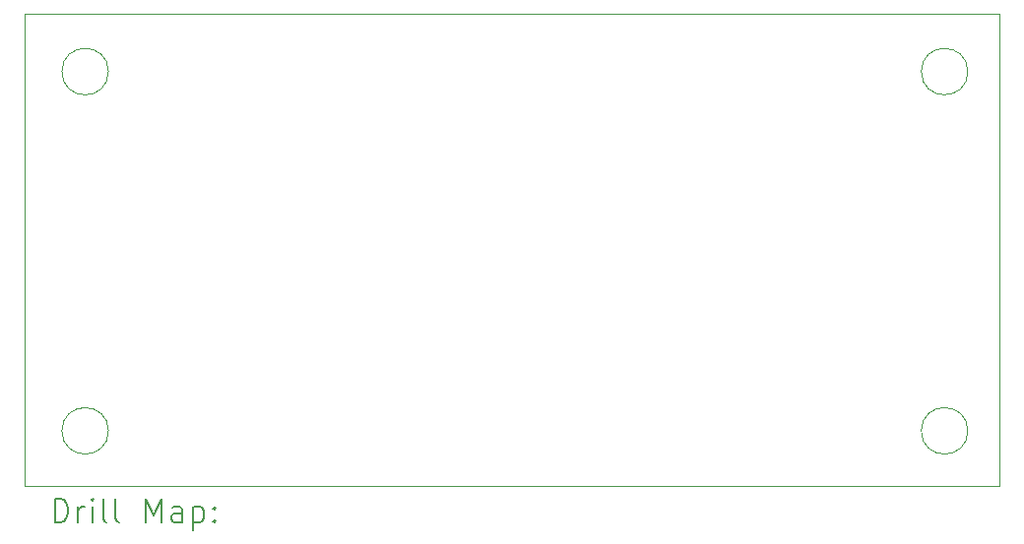
<source format=gbr>
%TF.GenerationSoftware,KiCad,Pcbnew,9.0.7*%
%TF.CreationDate,2026-02-15T14:06:54+01:00*%
%TF.ProjectId,XR-2208,58522d32-3230-4382-9e6b-696361645f70,rev?*%
%TF.SameCoordinates,Original*%
%TF.FileFunction,Drillmap*%
%TF.FilePolarity,Positive*%
%FSLAX45Y45*%
G04 Gerber Fmt 4.5, Leading zero omitted, Abs format (unit mm)*
G04 Created by KiCad (PCBNEW 9.0.7) date 2026-02-15 14:06:54*
%MOMM*%
%LPD*%
G01*
G04 APERTURE LIST*
%ADD10C,0.050000*%
%ADD11C,0.200000*%
G04 APERTURE END LIST*
D10*
X9610000Y-8374000D02*
G75*
G02*
X9210000Y-8374000I-200000J0D01*
G01*
X9210000Y-8374000D02*
G75*
G02*
X9610000Y-8374000I200000J0D01*
G01*
X17000000Y-8374000D02*
G75*
G02*
X16600000Y-8374000I-200000J0D01*
G01*
X16600000Y-8374000D02*
G75*
G02*
X17000000Y-8374000I200000J0D01*
G01*
X8890000Y-7874000D02*
X17272000Y-7874000D01*
X17272000Y-11938000D01*
X8890000Y-11938000D01*
X8890000Y-7874000D01*
X17000000Y-11466000D02*
G75*
G02*
X16600000Y-11466000I-200000J0D01*
G01*
X16600000Y-11466000D02*
G75*
G02*
X17000000Y-11466000I200000J0D01*
G01*
X9610000Y-11466000D02*
G75*
G02*
X9210000Y-11466000I-200000J0D01*
G01*
X9210000Y-11466000D02*
G75*
G02*
X9610000Y-11466000I200000J0D01*
G01*
D11*
X9148277Y-12251984D02*
X9148277Y-12051984D01*
X9148277Y-12051984D02*
X9195896Y-12051984D01*
X9195896Y-12051984D02*
X9224467Y-12061508D01*
X9224467Y-12061508D02*
X9243515Y-12080555D01*
X9243515Y-12080555D02*
X9253039Y-12099603D01*
X9253039Y-12099603D02*
X9262563Y-12137698D01*
X9262563Y-12137698D02*
X9262563Y-12166269D01*
X9262563Y-12166269D02*
X9253039Y-12204365D01*
X9253039Y-12204365D02*
X9243515Y-12223412D01*
X9243515Y-12223412D02*
X9224467Y-12242460D01*
X9224467Y-12242460D02*
X9195896Y-12251984D01*
X9195896Y-12251984D02*
X9148277Y-12251984D01*
X9348277Y-12251984D02*
X9348277Y-12118650D01*
X9348277Y-12156746D02*
X9357801Y-12137698D01*
X9357801Y-12137698D02*
X9367324Y-12128174D01*
X9367324Y-12128174D02*
X9386372Y-12118650D01*
X9386372Y-12118650D02*
X9405420Y-12118650D01*
X9472086Y-12251984D02*
X9472086Y-12118650D01*
X9472086Y-12051984D02*
X9462563Y-12061508D01*
X9462563Y-12061508D02*
X9472086Y-12071031D01*
X9472086Y-12071031D02*
X9481610Y-12061508D01*
X9481610Y-12061508D02*
X9472086Y-12051984D01*
X9472086Y-12051984D02*
X9472086Y-12071031D01*
X9595896Y-12251984D02*
X9576848Y-12242460D01*
X9576848Y-12242460D02*
X9567324Y-12223412D01*
X9567324Y-12223412D02*
X9567324Y-12051984D01*
X9700658Y-12251984D02*
X9681610Y-12242460D01*
X9681610Y-12242460D02*
X9672086Y-12223412D01*
X9672086Y-12223412D02*
X9672086Y-12051984D01*
X9929229Y-12251984D02*
X9929229Y-12051984D01*
X9929229Y-12051984D02*
X9995896Y-12194841D01*
X9995896Y-12194841D02*
X10062563Y-12051984D01*
X10062563Y-12051984D02*
X10062563Y-12251984D01*
X10243515Y-12251984D02*
X10243515Y-12147222D01*
X10243515Y-12147222D02*
X10233991Y-12128174D01*
X10233991Y-12128174D02*
X10214944Y-12118650D01*
X10214944Y-12118650D02*
X10176848Y-12118650D01*
X10176848Y-12118650D02*
X10157801Y-12128174D01*
X10243515Y-12242460D02*
X10224467Y-12251984D01*
X10224467Y-12251984D02*
X10176848Y-12251984D01*
X10176848Y-12251984D02*
X10157801Y-12242460D01*
X10157801Y-12242460D02*
X10148277Y-12223412D01*
X10148277Y-12223412D02*
X10148277Y-12204365D01*
X10148277Y-12204365D02*
X10157801Y-12185317D01*
X10157801Y-12185317D02*
X10176848Y-12175793D01*
X10176848Y-12175793D02*
X10224467Y-12175793D01*
X10224467Y-12175793D02*
X10243515Y-12166269D01*
X10338753Y-12118650D02*
X10338753Y-12318650D01*
X10338753Y-12128174D02*
X10357801Y-12118650D01*
X10357801Y-12118650D02*
X10395896Y-12118650D01*
X10395896Y-12118650D02*
X10414944Y-12128174D01*
X10414944Y-12128174D02*
X10424467Y-12137698D01*
X10424467Y-12137698D02*
X10433991Y-12156746D01*
X10433991Y-12156746D02*
X10433991Y-12213888D01*
X10433991Y-12213888D02*
X10424467Y-12232936D01*
X10424467Y-12232936D02*
X10414944Y-12242460D01*
X10414944Y-12242460D02*
X10395896Y-12251984D01*
X10395896Y-12251984D02*
X10357801Y-12251984D01*
X10357801Y-12251984D02*
X10338753Y-12242460D01*
X10519705Y-12232936D02*
X10529229Y-12242460D01*
X10529229Y-12242460D02*
X10519705Y-12251984D01*
X10519705Y-12251984D02*
X10510182Y-12242460D01*
X10510182Y-12242460D02*
X10519705Y-12232936D01*
X10519705Y-12232936D02*
X10519705Y-12251984D01*
X10519705Y-12128174D02*
X10529229Y-12137698D01*
X10529229Y-12137698D02*
X10519705Y-12147222D01*
X10519705Y-12147222D02*
X10510182Y-12137698D01*
X10510182Y-12137698D02*
X10519705Y-12128174D01*
X10519705Y-12128174D02*
X10519705Y-12147222D01*
M02*

</source>
